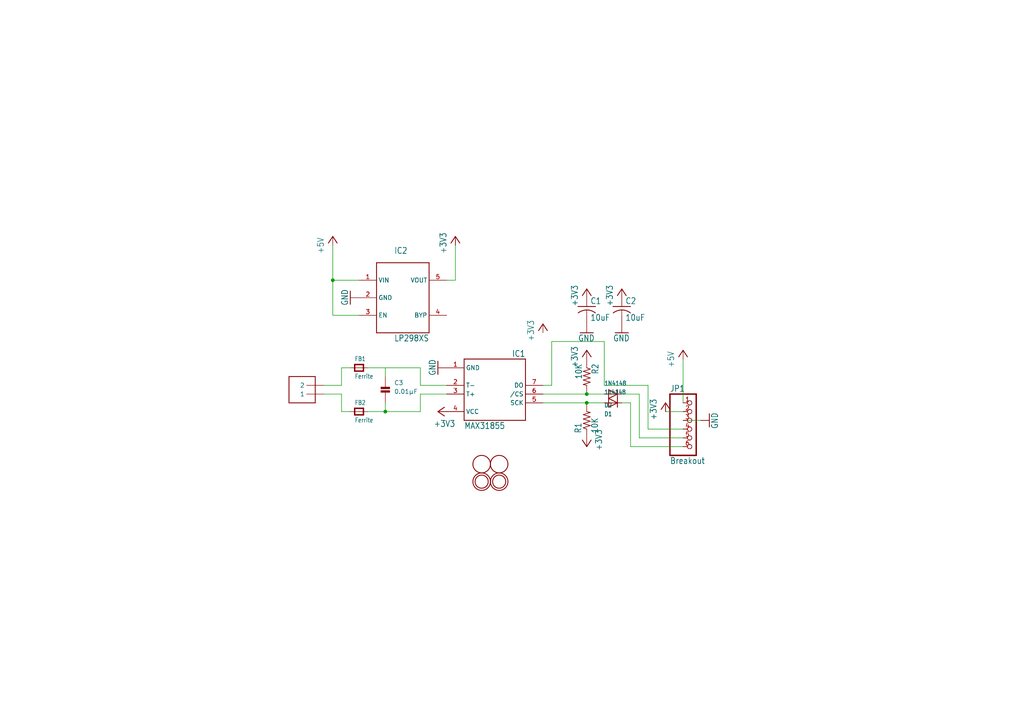
<source format=kicad_sch>
(kicad_sch (version 20211123) (generator eeschema)
  (paper "A4")
  (lib_symbols
    (symbol "eagleSchem-eagle-import:+3V3" (power)
      (property "Value" "+3V3" (at -2.54 -5.08 90))
      (symbol "+3V3_1_0"
        (polyline (pts (xy 0 0) (xy -1.27 -1.905)) (stroke (width 0.254)))
        (polyline (pts (xy 1.27 -1.905) (xy 0 0)) (stroke (width 0.254)))
        (pin power_in line (at 0 -2.54 90) (length 2.54) (name "+3V3") (number "1"))
      )
    )
    (symbol "eagleSchem-eagle-import:+5V" (power)
      (property "Value" "+5V" (at -2.54 -5.08 90))
      (symbol "+5V_1_0"
        (polyline (pts (xy 0 0) (xy -1.27 -1.905)) (stroke (width 0.254)))
        (polyline (pts (xy 1.27 -1.905) (xy 0 0)) (stroke (width 0.254)))
        (pin power_in line (at 0 -2.54 90) (length 2.54) (name "+5V") (number "1"))
      )
    )
    (symbol "eagleSchem-eagle-import:1X2-3.5MM"
      (symbol "1X2-3.5MM_1_0"
        (polyline (pts (xy -2.54 -2.54) (xy 5.08 -2.54)) (stroke (width 0.254)))
        (polyline (pts (xy -2.54 5.08) (xy -2.54 -2.54)) (stroke (width 0.254)))
        (polyline (pts (xy 5.08 -2.54) (xy 5.08 5.08)) (stroke (width 0.254)))
        (polyline (pts (xy 5.08 5.08) (xy -2.54 5.08)) (stroke (width 0.254)))
        (pin passive line (at -5.08 2.54 0) (length 5.08) (name "1") (number "1"))
        (pin passive line (at -5.08 0 0) (length 5.08) (name "2") (number "2"))
      )
    )
    (symbol "eagleSchem-eagle-import:C-USC0805K"
      (property "Reference" "C" (at 1.016 0.635 0))
      (property "Value" "C-USC0805K" (at 1.016 -4.191 0))
      (symbol "C-USC0805K_1_0"
        (arc (start 0 -1.0161) (mid -1.302 -1.2303) (end -2.4668 -1.8504) (stroke (width 0.254)))
        (polyline (pts (xy -2.54 0) (xy 2.54 0)) (stroke (width 0.254)))
        (polyline (pts (xy 0 -1.016) (xy 0 -2.54)) (stroke (width 0.1524)))
        (arc (start 2.4892 -1.8542) (mid 1.3158 -1.2195) (end 0 -1) (stroke (width 0.254)))
        (pin passive line (at 0 2.54 270) (length 2.54) (name "1") (number "1"))
        (pin passive line (at 0 -5.08 90) (length 2.54) (name "2") (number "2"))
      )
    )
    (symbol "eagleSchem-eagle-import:CAP_CERAMIC_0805"
      (property "Reference" "C" (at 2.54 2.54 0))
      (property "Value" "CAP_CERAMIC_0805" (at 2.54 0 0))
      (symbol "CAP_CERAMIC_0805_1_0"
        (rectangle (start -1.27 0.508) (end 1.27 1.016) (fill (type outline)))
        (rectangle (start -1.27 1.524) (end 1.27 2.032) (fill (type outline)))
        (polyline (pts (xy 0 0.762) (xy 0 0)) (stroke (width 0.1524)))
        (polyline (pts (xy 0 2.54) (xy 0 1.778)) (stroke (width 0.1524)))
        (pin passive line (at 0 5.08 270) (length 2.54) (name "P$1") (number "1"))
        (pin passive line (at 0 -2.54 90) (length 2.54) (name "P$2") (number "2"))
      )
    )
    (symbol "eagleSchem-eagle-import:DIODESOD-323F"
      (property "Reference" "D" (at -2.54 2.54 0))
      (property "Value" "DIODESOD-323F" (at -2.54 -3.81 0))
      (symbol "DIODESOD-323F_1_0"
        (polyline (pts (xy -1.27 -1.27) (xy 1.27 0)) (stroke (width 0.254)))
        (polyline (pts (xy -1.27 1.27) (xy -1.27 -1.27)) (stroke (width 0.254)))
        (polyline (pts (xy 1.27 0) (xy -1.27 1.27)) (stroke (width 0.254)))
        (polyline (pts (xy 1.27 0) (xy 1.27 -1.27)) (stroke (width 0.254)))
        (polyline (pts (xy 1.27 1.27) (xy 1.27 0)) (stroke (width 0.254)))
        (pin passive line (at -2.54 0 0) (length 2.54) (name "A") (number "A"))
        (pin passive line (at 2.54 0 180) (length 2.54) (name "C") (number "C"))
      )
    )
    (symbol "eagleSchem-eagle-import:FERRITE_0805"
      (property "Reference" "FB" (at -1.27 1.905 0))
      (property "Value" "FERRITE_0805" (at -1.27 -3.175 0))
      (symbol "FERRITE_0805_1_0"
        (polyline (pts (xy -1.27 -0.9525) (xy -1.27 0.9525)) (stroke (width 0.4064)))
        (polyline (pts (xy -1.27 0.9525) (xy 1.27 0.9525)) (stroke (width 0.4064)))
        (polyline (pts (xy 1.27 -0.9525) (xy -1.27 -0.9525)) (stroke (width 0.4064)))
        (polyline (pts (xy 1.27 0.9525) (xy 1.27 -0.9525)) (stroke (width 0.4064)))
        (pin passive line (at -2.54 0 0) (length 2.54) (name "P$1") (number "1"))
        (pin passive line (at 2.54 0 180) (length 2.54) (name "P$2") (number "2"))
      )
    )
    (symbol "eagleSchem-eagle-import:FIDUCIAL"
      (symbol "FIDUCIAL_1_0"
        (circle (center 0 0) (radius 2.54) (stroke (width 0.254)))
      )
    )
    (symbol "eagleSchem-eagle-import:GND" (power)
      (property "Value" "GND" (at -2.54 -2.54 0))
      (symbol "GND_1_0"
        (polyline (pts (xy -1.905 0) (xy 1.905 0)) (stroke (width 0.254)))
        (pin power_in line (at 0 2.54 270) (length 2.54) (name "GND") (number "1"))
      )
    )
    (symbol "eagleSchem-eagle-import:HEADER-1X676MIL"
      (property "Reference" "JP" (at -6.35 10.795 0))
      (property "Value" "HEADER-1X676MIL" (at -6.35 -10.16 0))
      (symbol "HEADER-1X676MIL_1_0"
        (polyline (pts (xy -6.35 -7.62) (xy 1.27 -7.62)) (stroke (width 0.4064)))
        (polyline (pts (xy -6.35 10.16) (xy -6.35 -7.62)) (stroke (width 0.4064)))
        (polyline (pts (xy 1.27 -7.62) (xy 1.27 10.16)) (stroke (width 0.4064)))
        (polyline (pts (xy 1.27 10.16) (xy -6.35 10.16)) (stroke (width 0.4064)))
        (pin passive inverted (at -2.54 7.62 0) (length 2.54) (name "1") (number "1"))
        (pin passive inverted (at -2.54 5.08 0) (length 2.54) (name "2") (number "2"))
        (pin passive inverted (at -2.54 2.54 0) (length 2.54) (name "3") (number "3"))
        (pin passive inverted (at -2.54 0 0) (length 2.54) (name "4") (number "4"))
        (pin passive inverted (at -2.54 -2.54 0) (length 2.54) (name "5") (number "5"))
        (pin passive inverted (at -2.54 -5.08 0) (length 2.54) (name "6") (number "6"))
      )
    )
    (symbol "eagleSchem-eagle-import:LP298XS"
      (property "Reference" "IC" (at -12.7 -5.08 90))
      (property "Value" "LP298XS" (at 12.7 -5.08 90))
      (symbol "LP298XS_1_0"
        (polyline (pts (xy -10.16 -10.16) (xy 10.16 -10.16)) (stroke (width 0.254)))
        (polyline (pts (xy -10.16 5.08) (xy -10.16 -10.16)) (stroke (width 0.254)))
        (polyline (pts (xy 10.16 -10.16) (xy 10.16 5.08)) (stroke (width 0.254)))
        (polyline (pts (xy 10.16 5.08) (xy -10.16 5.08)) (stroke (width 0.254)))
        (pin bidirectional line (at -5.08 -15.24 90) (length 5.08) (name "VIN") (number "1"))
        (pin bidirectional line (at 0 -15.24 90) (length 5.08) (name "GND") (number "2"))
        (pin bidirectional line (at 5.08 -15.24 90) (length 5.08) (name "EN") (number "3"))
        (pin bidirectional line (at 5.08 10.16 270) (length 5.08) (name "BYP") (number "4"))
        (pin bidirectional line (at -5.08 10.16 270) (length 5.08) (name "VOUT") (number "5"))
      )
    )
    (symbol "eagleSchem-eagle-import:MAX6675"
      (property "Reference" "IC" (at 10.16 7.62 0))
      (property "Value" "MAX6675" (at -7.62 -15.24 0))
      (symbol "MAX6675_1_0"
        (polyline (pts (xy -7.62 -12.7) (xy -7.62 5.08)) (stroke (width 0.254)))
        (polyline (pts (xy -7.62 5.08) (xy 10.16 5.08)) (stroke (width 0.254)))
        (polyline (pts (xy 10.16 -12.7) (xy -7.62 -12.7)) (stroke (width 0.254)))
        (polyline (pts (xy 10.16 5.08) (xy 10.16 -12.7)) (stroke (width 0.254)))
        (pin power_in line (at -12.7 2.54 0) (length 5.08) (name "GND") (number "1"))
        (pin input line (at -12.7 -2.54 0) (length 5.08) (name "T-") (number "2"))
        (pin input line (at -12.7 -5.08 0) (length 5.08) (name "T+") (number "3"))
        (pin power_in line (at -12.7 -10.16 0) (length 5.08) (name "VCC") (number "4"))
        (pin input line (at 15.24 -7.62 180) (length 5.08) (name "SCK") (number "5"))
        (pin input line (at 15.24 -5.08 180) (length 5.08) (name "/CS") (number "6"))
        (pin output line (at 15.24 -2.54 180) (length 5.08) (name "DO") (number "7"))
      )
    )
    (symbol "eagleSchem-eagle-import:MOUNTINGHOLE2.0"
      (symbol "MOUNTINGHOLE2.0_1_0"
        (circle (center 0 0) (radius 1.905) (stroke (width 0.254)))
        (circle (center 0 0) (radius 2.54) (stroke (width 0.254)))
      )
    )
    (symbol "eagleSchem-eagle-import:R-US_R0805"
      (property "Reference" "R" (at -3.81 1.4986 0))
      (property "Value" "R-US_R0805" (at -3.81 -3.302 0))
      (symbol "R-US_R0805_1_0"
        (polyline (pts (xy -2.54 0) (xy -2.159 1.016)) (stroke (width 0.2032)))
        (polyline (pts (xy -2.159 1.016) (xy -1.524 -1.016)) (stroke (width 0.2032)))
        (polyline (pts (xy -1.524 -1.016) (xy -0.889 1.016)) (stroke (width 0.2032)))
        (polyline (pts (xy -0.889 1.016) (xy -0.254 -1.016)) (stroke (width 0.2032)))
        (polyline (pts (xy -0.254 -1.016) (xy 0.381 1.016)) (stroke (width 0.2032)))
        (polyline (pts (xy 0.381 1.016) (xy 1.016 -1.016)) (stroke (width 0.2032)))
        (polyline (pts (xy 1.016 -1.016) (xy 1.651 1.016)) (stroke (width 0.2032)))
        (polyline (pts (xy 1.651 1.016) (xy 2.286 -1.016)) (stroke (width 0.2032)))
        (polyline (pts (xy 2.286 -1.016) (xy 2.54 0)) (stroke (width 0.2032)))
        (pin passive line (at -5.08 0 0) (length 2.54) (name "1") (number "1"))
        (pin passive line (at 5.08 0 180) (length 2.54) (name "2") (number "2"))
      )
    )
  )
  (junction (at 96.52 81.28))
  (junction (at 170.18 116.84))
  (junction (at 170.18 114.3))
  (junction (at 111.76 119.38))
  (wire (pts (xy 99.06 111.76) (xy 99.06 106.68)))
  (wire (pts (xy 170.18 114.3) (xy 175.26 114.3)))
  (wire (pts (xy 96.52 81.28) (xy 104.14 81.28)))
  (wire (pts (xy 203.2 121.92) (xy 198.12 121.92)))
  (wire (pts (xy 106.68 119.38) (xy 111.76 119.38)))
  (wire (pts (xy 132.08 71.12) (xy 132.08 81.28)))
  (wire (pts (xy 99.06 114.3) (xy 99.06 119.38)))
  (wire (pts (xy 96.52 81.28) (xy 96.52 91.44)))
  (wire (pts (xy 160.02 111.76) (xy 157.48 111.76)))
  (wire (pts (xy 160.02 111.76) (xy 160.02 99.06)))
  (wire (pts (xy 132.08 81.28) (xy 129.54 81.28)))
  (wire (pts (xy 96.52 91.44) (xy 104.14 91.44)))
  (wire (pts (xy 121.92 114.3) (xy 129.54 114.3)))
  (wire (pts (xy 198.12 104.14) (xy 198.12 116.84)))
  (wire (pts (xy 187.96 124.46) (xy 198.12 124.46)))
  (wire (pts (xy 180.34 116.84) (xy 182.88 116.84)))
  (wire (pts (xy 182.88 129.54) (xy 198.12 129.54)))
  (wire (pts (xy 111.76 106.68) (xy 111.76 109.22)))
  (wire (pts (xy 160.02 99.06) (xy 175.26 99.06)))
  (wire (pts (xy 182.88 116.84) (xy 182.88 129.54)))
  (wire (pts (xy 170.18 116.84) (xy 175.26 116.84)))
  (wire (pts (xy 93.98 114.3) (xy 99.06 114.3)))
  (wire (pts (xy 99.06 119.38) (xy 101.6 119.38)))
  (wire (pts (xy 175.26 99.06) (xy 175.26 111.76)))
  (wire (pts (xy 170.18 116.84) (xy 157.48 116.84)))
  (wire (pts (xy 111.76 119.38) (xy 111.76 116.84)))
  (wire (pts (xy 121.92 111.76) (xy 129.54 111.76)))
  (wire (pts (xy 180.34 114.3) (xy 185.42 114.3)))
  (wire (pts (xy 170.18 114.3) (xy 157.48 114.3)))
  (wire (pts (xy 175.26 111.76) (xy 187.96 111.76)))
  (wire (pts (xy 193.04 119.38) (xy 198.12 119.38)))
  (wire (pts (xy 121.92 119.38) (xy 121.92 114.3)))
  (wire (pts (xy 111.76 119.38) (xy 121.92 119.38)))
  (wire (pts (xy 185.42 127) (xy 198.12 127)))
  (wire (pts (xy 96.52 71.12) (xy 96.52 81.28)))
  (wire (pts (xy 187.96 111.76) (xy 187.96 124.46)))
  (wire (pts (xy 106.68 106.68) (xy 111.76 106.68)))
  (wire (pts (xy 99.06 106.68) (xy 101.6 106.68)))
  (wire (pts (xy 185.42 114.3) (xy 185.42 127)))
  (wire (pts (xy 93.98 111.76) (xy 99.06 111.76)))
  (wire (pts (xy 111.76 106.68) (xy 121.92 106.68)))
  (wire (pts (xy 121.92 106.68) (xy 121.92 111.76)))
  (symbol (lib_id "eagleSchem-eagle-import:GND") (at 101.6 86.36 270) (unit 1)
    (property "Reference" "#GND7" (effects hide))
    (property "Value" "GND" (at 99.06 83.82 0) (effects (font (size 1.778 1.5113)) (justify left bottom)))
    (property "Footprint" "eagleSchem:" (effects hide))
  )
  (symbol (lib_id "eagleSchem-eagle-import:MOUNTINGHOLE2.0") (at 139.7 139.7 0) (unit 1)
    (property "Reference" "U$4" (effects hide))
    (property "Value" "MOUNTINGHOLE2.0" (effects hide))
    (property "Footprint" "eagleSchem:MOUNTINGHOLE_2.0_PLATED" (effects hide))
  )
  (symbol (lib_id "eagleSchem-eagle-import:GND") (at 127 106.68 270) (unit 1)
    (property "Reference" "#GND1" (effects hide))
    (property "Value" "GND" (at 124.46 104.14 0) (effects (font (size 1.778 1.5113)) (justify left bottom)))
    (property "Footprint" "eagleSchem:" (effects hide))
  )
  (symbol (lib_id "eagleSchem-eagle-import:MOUNTINGHOLE2.0") (at 144.78 139.7 0) (unit 1)
    (property "Reference" "U$5" (effects hide))
    (property "Value" "MOUNTINGHOLE2.0" (effects hide))
    (property "Footprint" "eagleSchem:MOUNTINGHOLE_2.0_PLATED" (effects hide))
  )
  (symbol (lib_id "eagleSchem-eagle-import:+3V3") (at 193.04 116.84 0) (unit 1)
    (property "Reference" "#+3V1" (effects hide))
    (property "Value" "+3V3" (at 190.5 121.92 90) (effects (font (size 1.778 1.5113)) (justify left bottom)))
    (property "Footprint" "eagleSchem:" (effects hide))
  )
  (symbol (lib_id "eagleSchem-eagle-import:+3V3") (at 170.18 101.6 0) (unit 1)
    (property "Reference" "#+3V7" (effects hide))
    (property "Value" "+3V3" (at 167.64 106.68 90) (effects (font (size 1.778 1.5113)) (justify left bottom)))
    (property "Footprint" "eagleSchem:" (effects hide))
  )
  (symbol (lib_id "eagleSchem-eagle-import:FIDUCIAL") (at 139.7 134.62 0) (unit 1)
    (property "Reference" "U$1" (effects hide))
    (property "Value" "FIDUCIAL" (effects hide))
    (property "Footprint" "eagleSchem:FIDUCIAL_1MM" (effects hide))
  )
  (symbol (lib_id "eagleSchem-eagle-import:R-US_R0805") (at 170.18 109.22 270) (unit 1)
    (property "Reference" "R2" (at 171.6786 105.41 0) (effects (font (size 1.778 1.5113)) (justify left bottom)))
    (property "Value" "10K" (at 166.878 105.41 0) (effects (font (size 1.778 1.5113)) (justify left bottom)))
    (property "Footprint" "eagleSchem:R0805" (effects hide))
  )
  (symbol (lib_id "eagleSchem-eagle-import:+3V3") (at 157.48 93.98 0) (unit 1)
    (property "Reference" "#+3V2" (effects hide))
    (property "Value" "+3V3" (at 154.94 99.06 90) (effects (font (size 1.778 1.5113)) (justify left bottom)))
    (property "Footprint" "eagleSchem:" (effects hide))
  )
  (symbol (lib_id "eagleSchem-eagle-import:+3V3") (at 180.34 83.82 0) (unit 1)
    (property "Reference" "#+3V5" (effects hide))
    (property "Value" "+3V3" (at 177.8 88.9 90) (effects (font (size 1.778 1.5113)) (justify left bottom)))
    (property "Footprint" "eagleSchem:" (effects hide))
  )
  (symbol (lib_id "eagleSchem-eagle-import:GND") (at 170.18 96.52 0) (unit 1)
    (property "Reference" "#GND2" (effects hide))
    (property "Value" "GND" (at 167.64 99.06 0) (effects (font (size 1.778 1.5113)) (justify left bottom)))
    (property "Footprint" "eagleSchem:" (effects hide))
  )
  (symbol (lib_id "eagleSchem-eagle-import:FIDUCIAL") (at 144.78 134.62 0) (unit 1)
    (property "Reference" "U$2" (effects hide))
    (property "Value" "FIDUCIAL" (effects hide))
    (property "Footprint" "eagleSchem:FIDUCIAL_1MM" (effects hide))
  )
  (symbol (lib_id "eagleSchem-eagle-import:DIODESOD-323F") (at 177.8 114.3 0) (mirror x) (unit 1)
    (property "Reference" "D2" (at 175.26 116.84 0) (effects (font (size 1.27 1.0795)) (justify left bottom)))
    (property "Value" "1N4148" (at 175.26 110.49 0) (effects (font (size 1.27 1.0795)) (justify left bottom)))
    (property "Footprint" "eagleSchem:SOD-323F" (effects hide))
  )
  (symbol (lib_id "eagleSchem-eagle-import:FERRITE_0805") (at 104.14 119.38 0) (unit 1)
    (property "Reference" "FB2" (at 102.87 117.475 0) (effects (font (size 1.27 1.0795)) (justify left bottom)))
    (property "Value" "Ferrite" (at 102.87 122.555 0) (effects (font (size 1.27 1.0795)) (justify left bottom)))
    (property "Footprint" "eagleSchem:_0805" (effects hide))
  )
  (symbol (lib_id "eagleSchem-eagle-import:+3V3") (at 170.18 129.54 180) (unit 1)
    (property "Reference" "#+3V8" (effects hide))
    (property "Value" "+3V3" (at 172.72 124.46 90) (effects (font (size 1.778 1.5113)) (justify left bottom)))
    (property "Footprint" "eagleSchem:" (effects hide))
  )
  (symbol (lib_id "eagleSchem-eagle-import:C-USC0805K") (at 180.34 88.9 0) (unit 1)
    (property "Reference" "C2" (at 181.356 88.265 0) (effects (font (size 1.778 1.5113)) (justify left bottom)))
    (property "Value" "10uF" (at 181.356 93.091 0) (effects (font (size 1.778 1.5113)) (justify left bottom)))
    (property "Footprint" "eagleSchem:C0805K" (effects hide))
  )
  (symbol (lib_id "eagleSchem-eagle-import:CAP_CERAMIC_0805") (at 111.76 114.3 0) (unit 1)
    (property "Reference" "C3" (at 114.3 111.76 0) (effects (justify left bottom)))
    (property "Value" "0.01µF" (at 114.3 114.3 0) (effects (justify left bottom)))
    (property "Footprint" "eagleSchem:_0805" (effects hide))
  )
  (symbol (lib_id "eagleSchem-eagle-import:+5V") (at 198.12 101.6 0) (unit 1)
    (property "Reference" "#P+2" (effects hide))
    (property "Value" "+5V" (at 195.58 106.68 90) (effects (font (size 1.778 1.5113)) (justify left bottom)))
    (property "Footprint" "eagleSchem:" (effects hide))
  )
  (symbol (lib_id "eagleSchem-eagle-import:MAX6675") (at 142.24 109.22 0) (unit 1)
    (property "Reference" "IC1" (at 152.4 101.6 0) (effects (font (size 1.778 1.5113)) (justify right top)))
    (property "Value" "MAX31855" (at 134.62 124.46 0) (effects (font (size 1.778 1.5113)) (justify left bottom)))
    (property "Footprint" "eagleSchem:SO08" (effects hide))
  )
  (symbol (lib_id "eagleSchem-eagle-import:GND") (at 180.34 96.52 0) (unit 1)
    (property "Reference" "#GND4" (effects hide))
    (property "Value" "GND" (at 177.8 99.06 0) (effects (font (size 1.778 1.5113)) (justify left bottom)))
    (property "Footprint" "eagleSchem:" (effects hide))
  )
  (symbol (lib_id "eagleSchem-eagle-import:R-US_R0805") (at 170.18 121.92 90) (unit 1)
    (property "Reference" "R1" (at 168.6814 125.73 0) (effects (font (size 1.778 1.5113)) (justify left bottom)))
    (property "Value" "10K" (at 173.482 125.73 0) (effects (font (size 1.778 1.5113)) (justify left bottom)))
    (property "Footprint" "eagleSchem:R0805" (effects hide))
  )
  (symbol (lib_id "eagleSchem-eagle-import:FERRITE_0805") (at 104.14 106.68 0) (unit 1)
    (property "Reference" "FB1" (at 102.87 104.775 0) (effects (font (size 1.27 1.0795)) (justify left bottom)))
    (property "Value" "Ferrite" (at 102.87 109.855 0) (effects (font (size 1.27 1.0795)) (justify left bottom)))
    (property "Footprint" "eagleSchem:_0805" (effects hide))
  )
  (symbol (lib_id "eagleSchem-eagle-import:DIODESOD-323F") (at 177.8 116.84 0) (mirror x) (unit 1)
    (property "Reference" "D1" (at 175.26 119.38 0) (effects (font (size 1.27 1.0795)) (justify left bottom)))
    (property "Value" "1n4148" (at 175.26 113.03 0) (effects (font (size 1.27 1.0795)) (justify left bottom)))
    (property "Footprint" "eagleSchem:SOD-323F" (effects hide))
  )
  (symbol (lib_id "eagleSchem-eagle-import:+3V3") (at 170.18 83.82 0) (unit 1)
    (property "Reference" "#+3V4" (effects hide))
    (property "Value" "+3V3" (at 167.64 88.9 90) (effects (font (size 1.778 1.5113)) (justify left bottom)))
    (property "Footprint" "eagleSchem:" (effects hide))
  )
  (symbol (lib_id "eagleSchem-eagle-import:+3V3") (at 132.08 68.58 0) (unit 1)
    (property "Reference" "#+3V6" (effects hide))
    (property "Value" "+3V3" (at 129.54 73.66 90) (effects (font (size 1.778 1.5113)) (justify left bottom)))
    (property "Footprint" "eagleSchem:" (effects hide))
  )
  (symbol (lib_id "eagleSchem-eagle-import:1X2-3.5MM") (at 88.9 111.76 180) (unit 1)
    (property "Reference" "J1" (effects hide))
    (property "Value" "1X2-3.5MM" (effects hide))
    (property "Footprint" "eagleSchem:1X2-3.5MM" (effects hide))
  )
  (symbol (lib_id "eagleSchem-eagle-import:HEADER-1X676MIL") (at 200.66 124.46 0) (unit 1)
    (property "Reference" "JP1" (at 194.31 113.665 0) (effects (font (size 1.778 1.5113)) (justify left bottom)))
    (property "Value" "Breakout" (at 194.31 134.62 0) (effects (font (size 1.778 1.5113)) (justify left bottom)))
    (property "Footprint" "eagleSchem:1X06_ROUND_76" (effects hide))
  )
  (symbol (lib_id "eagleSchem-eagle-import:+5V") (at 96.52 68.58 0) (unit 1)
    (property "Reference" "#P+1" (effects hide))
    (property "Value" "+5V" (at 93.98 73.66 90) (effects (font (size 1.778 1.5113)) (justify left bottom)))
    (property "Footprint" "eagleSchem:" (effects hide))
  )
  (symbol (lib_id "eagleSchem-eagle-import:LP298XS") (at 119.38 86.36 270) (unit 1)
    (property "Reference" "IC2" (at 114.3 73.66 90) (effects (font (size 1.778 1.5113)) (justify left bottom)))
    (property "Value" "LP298XS" (at 114.3 99.06 90) (effects (font (size 1.778 1.5113)) (justify left bottom)))
    (property "Footprint" "eagleSchem:SOT23-5L" (effects hide))
  )
  (symbol (lib_id "eagleSchem-eagle-import:C-USC0805K") (at 170.18 88.9 0) (unit 1)
    (property "Reference" "C1" (at 171.196 88.265 0) (effects (font (size 1.778 1.5113)) (justify left bottom)))
    (property "Value" "10uF" (at 171.196 93.091 0) (effects (font (size 1.778 1.5113)) (justify left bottom)))
    (property "Footprint" "eagleSchem:C0805K" (effects hide))
  )
  (symbol (lib_id "eagleSchem-eagle-import:+3V3") (at 127 119.38 90) (unit 1)
    (property "Reference" "#+3V3" (effects hide))
    (property "Value" "+3V3" (at 132.08 121.92 90) (effects (font (size 1.778 1.5113)) (justify left bottom)))
    (property "Footprint" "eagleSchem:" (effects hide))
  )
  (symbol (lib_id "eagleSchem-eagle-import:GND") (at 205.74 121.92 90) (unit 1)
    (property "Reference" "#GND3" (effects hide))
    (property "Value" "GND" (at 208.28 124.46 0) (effects (font (size 1.778 1.5113)) (justify left bottom)))
    (property "Footprint" "eagleSchem:" (effects hide))
  )
)
</source>
